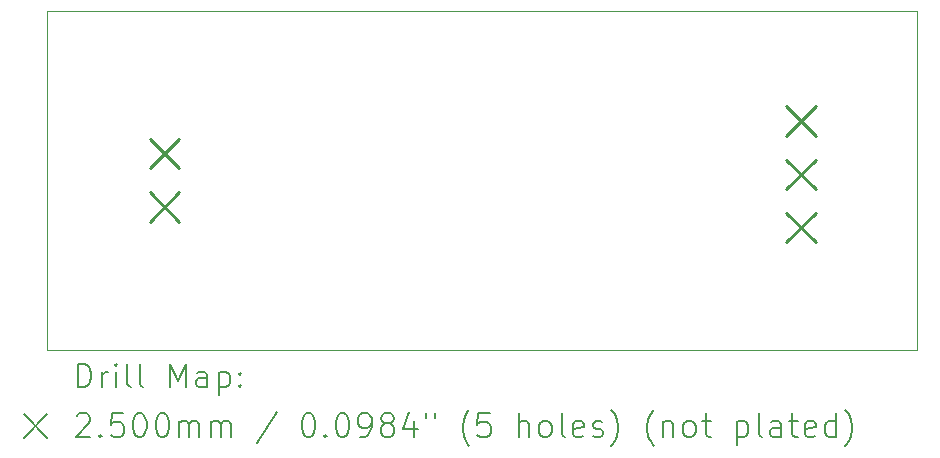
<source format=gbr>
%TF.GenerationSoftware,KiCad,Pcbnew,8.0.7*%
%TF.CreationDate,2025-02-03T10:27:33+01:00*%
%TF.ProjectId,pwmTo_0-5V,70776d54-6f5f-4302-9d35-562e6b696361,rev?*%
%TF.SameCoordinates,Original*%
%TF.FileFunction,Drillmap*%
%TF.FilePolarity,Positive*%
%FSLAX45Y45*%
G04 Gerber Fmt 4.5, Leading zero omitted, Abs format (unit mm)*
G04 Created by KiCad (PCBNEW 8.0.7) date 2025-02-03 10:27:33*
%MOMM*%
%LPD*%
G01*
G04 APERTURE LIST*
%ADD10C,0.050000*%
%ADD11C,0.200000*%
%ADD12C,0.250000*%
G04 APERTURE END LIST*
D10*
X6428700Y-5398600D02*
X13794700Y-5398600D01*
X13794700Y-8268800D01*
X6428700Y-8268800D01*
X6428700Y-5398600D01*
D11*
D12*
X7295000Y-6480000D02*
X7545000Y-6730000D01*
X7545000Y-6480000D02*
X7295000Y-6730000D01*
X7295000Y-6930000D02*
X7545000Y-7180000D01*
X7545000Y-6930000D02*
X7295000Y-7180000D01*
X12682500Y-6205000D02*
X12932500Y-6455000D01*
X12932500Y-6205000D02*
X12682500Y-6455000D01*
X12682500Y-6655000D02*
X12932500Y-6905000D01*
X12932500Y-6655000D02*
X12682500Y-6905000D01*
X12682500Y-7105000D02*
X12932500Y-7355000D01*
X12932500Y-7105000D02*
X12682500Y-7355000D01*
D11*
X6686977Y-8582784D02*
X6686977Y-8382784D01*
X6686977Y-8382784D02*
X6734596Y-8382784D01*
X6734596Y-8382784D02*
X6763167Y-8392308D01*
X6763167Y-8392308D02*
X6782215Y-8411355D01*
X6782215Y-8411355D02*
X6791739Y-8430403D01*
X6791739Y-8430403D02*
X6801262Y-8468498D01*
X6801262Y-8468498D02*
X6801262Y-8497070D01*
X6801262Y-8497070D02*
X6791739Y-8535165D01*
X6791739Y-8535165D02*
X6782215Y-8554212D01*
X6782215Y-8554212D02*
X6763167Y-8573260D01*
X6763167Y-8573260D02*
X6734596Y-8582784D01*
X6734596Y-8582784D02*
X6686977Y-8582784D01*
X6886977Y-8582784D02*
X6886977Y-8449450D01*
X6886977Y-8487546D02*
X6896501Y-8468498D01*
X6896501Y-8468498D02*
X6906024Y-8458974D01*
X6906024Y-8458974D02*
X6925072Y-8449450D01*
X6925072Y-8449450D02*
X6944120Y-8449450D01*
X7010786Y-8582784D02*
X7010786Y-8449450D01*
X7010786Y-8382784D02*
X7001262Y-8392308D01*
X7001262Y-8392308D02*
X7010786Y-8401831D01*
X7010786Y-8401831D02*
X7020310Y-8392308D01*
X7020310Y-8392308D02*
X7010786Y-8382784D01*
X7010786Y-8382784D02*
X7010786Y-8401831D01*
X7134596Y-8582784D02*
X7115548Y-8573260D01*
X7115548Y-8573260D02*
X7106024Y-8554212D01*
X7106024Y-8554212D02*
X7106024Y-8382784D01*
X7239358Y-8582784D02*
X7220310Y-8573260D01*
X7220310Y-8573260D02*
X7210786Y-8554212D01*
X7210786Y-8554212D02*
X7210786Y-8382784D01*
X7467929Y-8582784D02*
X7467929Y-8382784D01*
X7467929Y-8382784D02*
X7534596Y-8525641D01*
X7534596Y-8525641D02*
X7601262Y-8382784D01*
X7601262Y-8382784D02*
X7601262Y-8582784D01*
X7782215Y-8582784D02*
X7782215Y-8478022D01*
X7782215Y-8478022D02*
X7772691Y-8458974D01*
X7772691Y-8458974D02*
X7753643Y-8449450D01*
X7753643Y-8449450D02*
X7715548Y-8449450D01*
X7715548Y-8449450D02*
X7696501Y-8458974D01*
X7782215Y-8573260D02*
X7763167Y-8582784D01*
X7763167Y-8582784D02*
X7715548Y-8582784D01*
X7715548Y-8582784D02*
X7696501Y-8573260D01*
X7696501Y-8573260D02*
X7686977Y-8554212D01*
X7686977Y-8554212D02*
X7686977Y-8535165D01*
X7686977Y-8535165D02*
X7696501Y-8516117D01*
X7696501Y-8516117D02*
X7715548Y-8506593D01*
X7715548Y-8506593D02*
X7763167Y-8506593D01*
X7763167Y-8506593D02*
X7782215Y-8497070D01*
X7877453Y-8449450D02*
X7877453Y-8649450D01*
X7877453Y-8458974D02*
X7896501Y-8449450D01*
X7896501Y-8449450D02*
X7934596Y-8449450D01*
X7934596Y-8449450D02*
X7953643Y-8458974D01*
X7953643Y-8458974D02*
X7963167Y-8468498D01*
X7963167Y-8468498D02*
X7972691Y-8487546D01*
X7972691Y-8487546D02*
X7972691Y-8544689D01*
X7972691Y-8544689D02*
X7963167Y-8563736D01*
X7963167Y-8563736D02*
X7953643Y-8573260D01*
X7953643Y-8573260D02*
X7934596Y-8582784D01*
X7934596Y-8582784D02*
X7896501Y-8582784D01*
X7896501Y-8582784D02*
X7877453Y-8573260D01*
X8058405Y-8563736D02*
X8067929Y-8573260D01*
X8067929Y-8573260D02*
X8058405Y-8582784D01*
X8058405Y-8582784D02*
X8048882Y-8573260D01*
X8048882Y-8573260D02*
X8058405Y-8563736D01*
X8058405Y-8563736D02*
X8058405Y-8582784D01*
X8058405Y-8458974D02*
X8067929Y-8468498D01*
X8067929Y-8468498D02*
X8058405Y-8478022D01*
X8058405Y-8478022D02*
X8048882Y-8468498D01*
X8048882Y-8468498D02*
X8058405Y-8458974D01*
X8058405Y-8458974D02*
X8058405Y-8478022D01*
X6226200Y-8811300D02*
X6426200Y-9011300D01*
X6426200Y-8811300D02*
X6226200Y-9011300D01*
X6677453Y-8821831D02*
X6686977Y-8812308D01*
X6686977Y-8812308D02*
X6706024Y-8802784D01*
X6706024Y-8802784D02*
X6753643Y-8802784D01*
X6753643Y-8802784D02*
X6772691Y-8812308D01*
X6772691Y-8812308D02*
X6782215Y-8821831D01*
X6782215Y-8821831D02*
X6791739Y-8840879D01*
X6791739Y-8840879D02*
X6791739Y-8859927D01*
X6791739Y-8859927D02*
X6782215Y-8888498D01*
X6782215Y-8888498D02*
X6667929Y-9002784D01*
X6667929Y-9002784D02*
X6791739Y-9002784D01*
X6877453Y-8983736D02*
X6886977Y-8993260D01*
X6886977Y-8993260D02*
X6877453Y-9002784D01*
X6877453Y-9002784D02*
X6867929Y-8993260D01*
X6867929Y-8993260D02*
X6877453Y-8983736D01*
X6877453Y-8983736D02*
X6877453Y-9002784D01*
X7067929Y-8802784D02*
X6972691Y-8802784D01*
X6972691Y-8802784D02*
X6963167Y-8898022D01*
X6963167Y-8898022D02*
X6972691Y-8888498D01*
X6972691Y-8888498D02*
X6991739Y-8878974D01*
X6991739Y-8878974D02*
X7039358Y-8878974D01*
X7039358Y-8878974D02*
X7058405Y-8888498D01*
X7058405Y-8888498D02*
X7067929Y-8898022D01*
X7067929Y-8898022D02*
X7077453Y-8917070D01*
X7077453Y-8917070D02*
X7077453Y-8964689D01*
X7077453Y-8964689D02*
X7067929Y-8983736D01*
X7067929Y-8983736D02*
X7058405Y-8993260D01*
X7058405Y-8993260D02*
X7039358Y-9002784D01*
X7039358Y-9002784D02*
X6991739Y-9002784D01*
X6991739Y-9002784D02*
X6972691Y-8993260D01*
X6972691Y-8993260D02*
X6963167Y-8983736D01*
X7201262Y-8802784D02*
X7220310Y-8802784D01*
X7220310Y-8802784D02*
X7239358Y-8812308D01*
X7239358Y-8812308D02*
X7248882Y-8821831D01*
X7248882Y-8821831D02*
X7258405Y-8840879D01*
X7258405Y-8840879D02*
X7267929Y-8878974D01*
X7267929Y-8878974D02*
X7267929Y-8926593D01*
X7267929Y-8926593D02*
X7258405Y-8964689D01*
X7258405Y-8964689D02*
X7248882Y-8983736D01*
X7248882Y-8983736D02*
X7239358Y-8993260D01*
X7239358Y-8993260D02*
X7220310Y-9002784D01*
X7220310Y-9002784D02*
X7201262Y-9002784D01*
X7201262Y-9002784D02*
X7182215Y-8993260D01*
X7182215Y-8993260D02*
X7172691Y-8983736D01*
X7172691Y-8983736D02*
X7163167Y-8964689D01*
X7163167Y-8964689D02*
X7153643Y-8926593D01*
X7153643Y-8926593D02*
X7153643Y-8878974D01*
X7153643Y-8878974D02*
X7163167Y-8840879D01*
X7163167Y-8840879D02*
X7172691Y-8821831D01*
X7172691Y-8821831D02*
X7182215Y-8812308D01*
X7182215Y-8812308D02*
X7201262Y-8802784D01*
X7391739Y-8802784D02*
X7410786Y-8802784D01*
X7410786Y-8802784D02*
X7429834Y-8812308D01*
X7429834Y-8812308D02*
X7439358Y-8821831D01*
X7439358Y-8821831D02*
X7448882Y-8840879D01*
X7448882Y-8840879D02*
X7458405Y-8878974D01*
X7458405Y-8878974D02*
X7458405Y-8926593D01*
X7458405Y-8926593D02*
X7448882Y-8964689D01*
X7448882Y-8964689D02*
X7439358Y-8983736D01*
X7439358Y-8983736D02*
X7429834Y-8993260D01*
X7429834Y-8993260D02*
X7410786Y-9002784D01*
X7410786Y-9002784D02*
X7391739Y-9002784D01*
X7391739Y-9002784D02*
X7372691Y-8993260D01*
X7372691Y-8993260D02*
X7363167Y-8983736D01*
X7363167Y-8983736D02*
X7353643Y-8964689D01*
X7353643Y-8964689D02*
X7344120Y-8926593D01*
X7344120Y-8926593D02*
X7344120Y-8878974D01*
X7344120Y-8878974D02*
X7353643Y-8840879D01*
X7353643Y-8840879D02*
X7363167Y-8821831D01*
X7363167Y-8821831D02*
X7372691Y-8812308D01*
X7372691Y-8812308D02*
X7391739Y-8802784D01*
X7544120Y-9002784D02*
X7544120Y-8869450D01*
X7544120Y-8888498D02*
X7553643Y-8878974D01*
X7553643Y-8878974D02*
X7572691Y-8869450D01*
X7572691Y-8869450D02*
X7601263Y-8869450D01*
X7601263Y-8869450D02*
X7620310Y-8878974D01*
X7620310Y-8878974D02*
X7629834Y-8898022D01*
X7629834Y-8898022D02*
X7629834Y-9002784D01*
X7629834Y-8898022D02*
X7639358Y-8878974D01*
X7639358Y-8878974D02*
X7658405Y-8869450D01*
X7658405Y-8869450D02*
X7686977Y-8869450D01*
X7686977Y-8869450D02*
X7706024Y-8878974D01*
X7706024Y-8878974D02*
X7715548Y-8898022D01*
X7715548Y-8898022D02*
X7715548Y-9002784D01*
X7810786Y-9002784D02*
X7810786Y-8869450D01*
X7810786Y-8888498D02*
X7820310Y-8878974D01*
X7820310Y-8878974D02*
X7839358Y-8869450D01*
X7839358Y-8869450D02*
X7867929Y-8869450D01*
X7867929Y-8869450D02*
X7886977Y-8878974D01*
X7886977Y-8878974D02*
X7896501Y-8898022D01*
X7896501Y-8898022D02*
X7896501Y-9002784D01*
X7896501Y-8898022D02*
X7906024Y-8878974D01*
X7906024Y-8878974D02*
X7925072Y-8869450D01*
X7925072Y-8869450D02*
X7953643Y-8869450D01*
X7953643Y-8869450D02*
X7972691Y-8878974D01*
X7972691Y-8878974D02*
X7982215Y-8898022D01*
X7982215Y-8898022D02*
X7982215Y-9002784D01*
X8372691Y-8793260D02*
X8201263Y-9050403D01*
X8629834Y-8802784D02*
X8648882Y-8802784D01*
X8648882Y-8802784D02*
X8667929Y-8812308D01*
X8667929Y-8812308D02*
X8677453Y-8821831D01*
X8677453Y-8821831D02*
X8686977Y-8840879D01*
X8686977Y-8840879D02*
X8696501Y-8878974D01*
X8696501Y-8878974D02*
X8696501Y-8926593D01*
X8696501Y-8926593D02*
X8686977Y-8964689D01*
X8686977Y-8964689D02*
X8677453Y-8983736D01*
X8677453Y-8983736D02*
X8667929Y-8993260D01*
X8667929Y-8993260D02*
X8648882Y-9002784D01*
X8648882Y-9002784D02*
X8629834Y-9002784D01*
X8629834Y-9002784D02*
X8610787Y-8993260D01*
X8610787Y-8993260D02*
X8601263Y-8983736D01*
X8601263Y-8983736D02*
X8591739Y-8964689D01*
X8591739Y-8964689D02*
X8582215Y-8926593D01*
X8582215Y-8926593D02*
X8582215Y-8878974D01*
X8582215Y-8878974D02*
X8591739Y-8840879D01*
X8591739Y-8840879D02*
X8601263Y-8821831D01*
X8601263Y-8821831D02*
X8610787Y-8812308D01*
X8610787Y-8812308D02*
X8629834Y-8802784D01*
X8782215Y-8983736D02*
X8791739Y-8993260D01*
X8791739Y-8993260D02*
X8782215Y-9002784D01*
X8782215Y-9002784D02*
X8772691Y-8993260D01*
X8772691Y-8993260D02*
X8782215Y-8983736D01*
X8782215Y-8983736D02*
X8782215Y-9002784D01*
X8915548Y-8802784D02*
X8934596Y-8802784D01*
X8934596Y-8802784D02*
X8953644Y-8812308D01*
X8953644Y-8812308D02*
X8963168Y-8821831D01*
X8963168Y-8821831D02*
X8972691Y-8840879D01*
X8972691Y-8840879D02*
X8982215Y-8878974D01*
X8982215Y-8878974D02*
X8982215Y-8926593D01*
X8982215Y-8926593D02*
X8972691Y-8964689D01*
X8972691Y-8964689D02*
X8963168Y-8983736D01*
X8963168Y-8983736D02*
X8953644Y-8993260D01*
X8953644Y-8993260D02*
X8934596Y-9002784D01*
X8934596Y-9002784D02*
X8915548Y-9002784D01*
X8915548Y-9002784D02*
X8896501Y-8993260D01*
X8896501Y-8993260D02*
X8886977Y-8983736D01*
X8886977Y-8983736D02*
X8877453Y-8964689D01*
X8877453Y-8964689D02*
X8867929Y-8926593D01*
X8867929Y-8926593D02*
X8867929Y-8878974D01*
X8867929Y-8878974D02*
X8877453Y-8840879D01*
X8877453Y-8840879D02*
X8886977Y-8821831D01*
X8886977Y-8821831D02*
X8896501Y-8812308D01*
X8896501Y-8812308D02*
X8915548Y-8802784D01*
X9077453Y-9002784D02*
X9115548Y-9002784D01*
X9115548Y-9002784D02*
X9134596Y-8993260D01*
X9134596Y-8993260D02*
X9144120Y-8983736D01*
X9144120Y-8983736D02*
X9163168Y-8955165D01*
X9163168Y-8955165D02*
X9172691Y-8917070D01*
X9172691Y-8917070D02*
X9172691Y-8840879D01*
X9172691Y-8840879D02*
X9163168Y-8821831D01*
X9163168Y-8821831D02*
X9153644Y-8812308D01*
X9153644Y-8812308D02*
X9134596Y-8802784D01*
X9134596Y-8802784D02*
X9096501Y-8802784D01*
X9096501Y-8802784D02*
X9077453Y-8812308D01*
X9077453Y-8812308D02*
X9067929Y-8821831D01*
X9067929Y-8821831D02*
X9058406Y-8840879D01*
X9058406Y-8840879D02*
X9058406Y-8888498D01*
X9058406Y-8888498D02*
X9067929Y-8907546D01*
X9067929Y-8907546D02*
X9077453Y-8917070D01*
X9077453Y-8917070D02*
X9096501Y-8926593D01*
X9096501Y-8926593D02*
X9134596Y-8926593D01*
X9134596Y-8926593D02*
X9153644Y-8917070D01*
X9153644Y-8917070D02*
X9163168Y-8907546D01*
X9163168Y-8907546D02*
X9172691Y-8888498D01*
X9286977Y-8888498D02*
X9267929Y-8878974D01*
X9267929Y-8878974D02*
X9258406Y-8869450D01*
X9258406Y-8869450D02*
X9248882Y-8850403D01*
X9248882Y-8850403D02*
X9248882Y-8840879D01*
X9248882Y-8840879D02*
X9258406Y-8821831D01*
X9258406Y-8821831D02*
X9267929Y-8812308D01*
X9267929Y-8812308D02*
X9286977Y-8802784D01*
X9286977Y-8802784D02*
X9325072Y-8802784D01*
X9325072Y-8802784D02*
X9344120Y-8812308D01*
X9344120Y-8812308D02*
X9353644Y-8821831D01*
X9353644Y-8821831D02*
X9363168Y-8840879D01*
X9363168Y-8840879D02*
X9363168Y-8850403D01*
X9363168Y-8850403D02*
X9353644Y-8869450D01*
X9353644Y-8869450D02*
X9344120Y-8878974D01*
X9344120Y-8878974D02*
X9325072Y-8888498D01*
X9325072Y-8888498D02*
X9286977Y-8888498D01*
X9286977Y-8888498D02*
X9267929Y-8898022D01*
X9267929Y-8898022D02*
X9258406Y-8907546D01*
X9258406Y-8907546D02*
X9248882Y-8926593D01*
X9248882Y-8926593D02*
X9248882Y-8964689D01*
X9248882Y-8964689D02*
X9258406Y-8983736D01*
X9258406Y-8983736D02*
X9267929Y-8993260D01*
X9267929Y-8993260D02*
X9286977Y-9002784D01*
X9286977Y-9002784D02*
X9325072Y-9002784D01*
X9325072Y-9002784D02*
X9344120Y-8993260D01*
X9344120Y-8993260D02*
X9353644Y-8983736D01*
X9353644Y-8983736D02*
X9363168Y-8964689D01*
X9363168Y-8964689D02*
X9363168Y-8926593D01*
X9363168Y-8926593D02*
X9353644Y-8907546D01*
X9353644Y-8907546D02*
X9344120Y-8898022D01*
X9344120Y-8898022D02*
X9325072Y-8888498D01*
X9534596Y-8869450D02*
X9534596Y-9002784D01*
X9486977Y-8793260D02*
X9439358Y-8936117D01*
X9439358Y-8936117D02*
X9563168Y-8936117D01*
X9629834Y-8802784D02*
X9629834Y-8840879D01*
X9706025Y-8802784D02*
X9706025Y-8840879D01*
X10001263Y-9078974D02*
X9991739Y-9069450D01*
X9991739Y-9069450D02*
X9972691Y-9040879D01*
X9972691Y-9040879D02*
X9963168Y-9021831D01*
X9963168Y-9021831D02*
X9953644Y-8993260D01*
X9953644Y-8993260D02*
X9944120Y-8945641D01*
X9944120Y-8945641D02*
X9944120Y-8907546D01*
X9944120Y-8907546D02*
X9953644Y-8859927D01*
X9953644Y-8859927D02*
X9963168Y-8831355D01*
X9963168Y-8831355D02*
X9972691Y-8812308D01*
X9972691Y-8812308D02*
X9991739Y-8783736D01*
X9991739Y-8783736D02*
X10001263Y-8774212D01*
X10172691Y-8802784D02*
X10077453Y-8802784D01*
X10077453Y-8802784D02*
X10067930Y-8898022D01*
X10067930Y-8898022D02*
X10077453Y-8888498D01*
X10077453Y-8888498D02*
X10096501Y-8878974D01*
X10096501Y-8878974D02*
X10144120Y-8878974D01*
X10144120Y-8878974D02*
X10163168Y-8888498D01*
X10163168Y-8888498D02*
X10172691Y-8898022D01*
X10172691Y-8898022D02*
X10182215Y-8917070D01*
X10182215Y-8917070D02*
X10182215Y-8964689D01*
X10182215Y-8964689D02*
X10172691Y-8983736D01*
X10172691Y-8983736D02*
X10163168Y-8993260D01*
X10163168Y-8993260D02*
X10144120Y-9002784D01*
X10144120Y-9002784D02*
X10096501Y-9002784D01*
X10096501Y-9002784D02*
X10077453Y-8993260D01*
X10077453Y-8993260D02*
X10067930Y-8983736D01*
X10420311Y-9002784D02*
X10420311Y-8802784D01*
X10506025Y-9002784D02*
X10506025Y-8898022D01*
X10506025Y-8898022D02*
X10496501Y-8878974D01*
X10496501Y-8878974D02*
X10477453Y-8869450D01*
X10477453Y-8869450D02*
X10448882Y-8869450D01*
X10448882Y-8869450D02*
X10429834Y-8878974D01*
X10429834Y-8878974D02*
X10420311Y-8888498D01*
X10629834Y-9002784D02*
X10610787Y-8993260D01*
X10610787Y-8993260D02*
X10601263Y-8983736D01*
X10601263Y-8983736D02*
X10591739Y-8964689D01*
X10591739Y-8964689D02*
X10591739Y-8907546D01*
X10591739Y-8907546D02*
X10601263Y-8888498D01*
X10601263Y-8888498D02*
X10610787Y-8878974D01*
X10610787Y-8878974D02*
X10629834Y-8869450D01*
X10629834Y-8869450D02*
X10658406Y-8869450D01*
X10658406Y-8869450D02*
X10677453Y-8878974D01*
X10677453Y-8878974D02*
X10686977Y-8888498D01*
X10686977Y-8888498D02*
X10696501Y-8907546D01*
X10696501Y-8907546D02*
X10696501Y-8964689D01*
X10696501Y-8964689D02*
X10686977Y-8983736D01*
X10686977Y-8983736D02*
X10677453Y-8993260D01*
X10677453Y-8993260D02*
X10658406Y-9002784D01*
X10658406Y-9002784D02*
X10629834Y-9002784D01*
X10810787Y-9002784D02*
X10791739Y-8993260D01*
X10791739Y-8993260D02*
X10782215Y-8974212D01*
X10782215Y-8974212D02*
X10782215Y-8802784D01*
X10963168Y-8993260D02*
X10944120Y-9002784D01*
X10944120Y-9002784D02*
X10906025Y-9002784D01*
X10906025Y-9002784D02*
X10886977Y-8993260D01*
X10886977Y-8993260D02*
X10877453Y-8974212D01*
X10877453Y-8974212D02*
X10877453Y-8898022D01*
X10877453Y-8898022D02*
X10886977Y-8878974D01*
X10886977Y-8878974D02*
X10906025Y-8869450D01*
X10906025Y-8869450D02*
X10944120Y-8869450D01*
X10944120Y-8869450D02*
X10963168Y-8878974D01*
X10963168Y-8878974D02*
X10972692Y-8898022D01*
X10972692Y-8898022D02*
X10972692Y-8917070D01*
X10972692Y-8917070D02*
X10877453Y-8936117D01*
X11048882Y-8993260D02*
X11067930Y-9002784D01*
X11067930Y-9002784D02*
X11106025Y-9002784D01*
X11106025Y-9002784D02*
X11125073Y-8993260D01*
X11125073Y-8993260D02*
X11134596Y-8974212D01*
X11134596Y-8974212D02*
X11134596Y-8964689D01*
X11134596Y-8964689D02*
X11125073Y-8945641D01*
X11125073Y-8945641D02*
X11106025Y-8936117D01*
X11106025Y-8936117D02*
X11077453Y-8936117D01*
X11077453Y-8936117D02*
X11058406Y-8926593D01*
X11058406Y-8926593D02*
X11048882Y-8907546D01*
X11048882Y-8907546D02*
X11048882Y-8898022D01*
X11048882Y-8898022D02*
X11058406Y-8878974D01*
X11058406Y-8878974D02*
X11077453Y-8869450D01*
X11077453Y-8869450D02*
X11106025Y-8869450D01*
X11106025Y-8869450D02*
X11125073Y-8878974D01*
X11201263Y-9078974D02*
X11210787Y-9069450D01*
X11210787Y-9069450D02*
X11229834Y-9040879D01*
X11229834Y-9040879D02*
X11239358Y-9021831D01*
X11239358Y-9021831D02*
X11248882Y-8993260D01*
X11248882Y-8993260D02*
X11258406Y-8945641D01*
X11258406Y-8945641D02*
X11258406Y-8907546D01*
X11258406Y-8907546D02*
X11248882Y-8859927D01*
X11248882Y-8859927D02*
X11239358Y-8831355D01*
X11239358Y-8831355D02*
X11229834Y-8812308D01*
X11229834Y-8812308D02*
X11210787Y-8783736D01*
X11210787Y-8783736D02*
X11201263Y-8774212D01*
X11563168Y-9078974D02*
X11553644Y-9069450D01*
X11553644Y-9069450D02*
X11534596Y-9040879D01*
X11534596Y-9040879D02*
X11525072Y-9021831D01*
X11525072Y-9021831D02*
X11515549Y-8993260D01*
X11515549Y-8993260D02*
X11506025Y-8945641D01*
X11506025Y-8945641D02*
X11506025Y-8907546D01*
X11506025Y-8907546D02*
X11515549Y-8859927D01*
X11515549Y-8859927D02*
X11525072Y-8831355D01*
X11525072Y-8831355D02*
X11534596Y-8812308D01*
X11534596Y-8812308D02*
X11553644Y-8783736D01*
X11553644Y-8783736D02*
X11563168Y-8774212D01*
X11639358Y-8869450D02*
X11639358Y-9002784D01*
X11639358Y-8888498D02*
X11648882Y-8878974D01*
X11648882Y-8878974D02*
X11667930Y-8869450D01*
X11667930Y-8869450D02*
X11696501Y-8869450D01*
X11696501Y-8869450D02*
X11715549Y-8878974D01*
X11715549Y-8878974D02*
X11725072Y-8898022D01*
X11725072Y-8898022D02*
X11725072Y-9002784D01*
X11848882Y-9002784D02*
X11829834Y-8993260D01*
X11829834Y-8993260D02*
X11820311Y-8983736D01*
X11820311Y-8983736D02*
X11810787Y-8964689D01*
X11810787Y-8964689D02*
X11810787Y-8907546D01*
X11810787Y-8907546D02*
X11820311Y-8888498D01*
X11820311Y-8888498D02*
X11829834Y-8878974D01*
X11829834Y-8878974D02*
X11848882Y-8869450D01*
X11848882Y-8869450D02*
X11877453Y-8869450D01*
X11877453Y-8869450D02*
X11896501Y-8878974D01*
X11896501Y-8878974D02*
X11906025Y-8888498D01*
X11906025Y-8888498D02*
X11915549Y-8907546D01*
X11915549Y-8907546D02*
X11915549Y-8964689D01*
X11915549Y-8964689D02*
X11906025Y-8983736D01*
X11906025Y-8983736D02*
X11896501Y-8993260D01*
X11896501Y-8993260D02*
X11877453Y-9002784D01*
X11877453Y-9002784D02*
X11848882Y-9002784D01*
X11972692Y-8869450D02*
X12048882Y-8869450D01*
X12001263Y-8802784D02*
X12001263Y-8974212D01*
X12001263Y-8974212D02*
X12010787Y-8993260D01*
X12010787Y-8993260D02*
X12029834Y-9002784D01*
X12029834Y-9002784D02*
X12048882Y-9002784D01*
X12267930Y-8869450D02*
X12267930Y-9069450D01*
X12267930Y-8878974D02*
X12286977Y-8869450D01*
X12286977Y-8869450D02*
X12325073Y-8869450D01*
X12325073Y-8869450D02*
X12344120Y-8878974D01*
X12344120Y-8878974D02*
X12353644Y-8888498D01*
X12353644Y-8888498D02*
X12363168Y-8907546D01*
X12363168Y-8907546D02*
X12363168Y-8964689D01*
X12363168Y-8964689D02*
X12353644Y-8983736D01*
X12353644Y-8983736D02*
X12344120Y-8993260D01*
X12344120Y-8993260D02*
X12325073Y-9002784D01*
X12325073Y-9002784D02*
X12286977Y-9002784D01*
X12286977Y-9002784D02*
X12267930Y-8993260D01*
X12477453Y-9002784D02*
X12458406Y-8993260D01*
X12458406Y-8993260D02*
X12448882Y-8974212D01*
X12448882Y-8974212D02*
X12448882Y-8802784D01*
X12639358Y-9002784D02*
X12639358Y-8898022D01*
X12639358Y-8898022D02*
X12629834Y-8878974D01*
X12629834Y-8878974D02*
X12610787Y-8869450D01*
X12610787Y-8869450D02*
X12572692Y-8869450D01*
X12572692Y-8869450D02*
X12553644Y-8878974D01*
X12639358Y-8993260D02*
X12620311Y-9002784D01*
X12620311Y-9002784D02*
X12572692Y-9002784D01*
X12572692Y-9002784D02*
X12553644Y-8993260D01*
X12553644Y-8993260D02*
X12544120Y-8974212D01*
X12544120Y-8974212D02*
X12544120Y-8955165D01*
X12544120Y-8955165D02*
X12553644Y-8936117D01*
X12553644Y-8936117D02*
X12572692Y-8926593D01*
X12572692Y-8926593D02*
X12620311Y-8926593D01*
X12620311Y-8926593D02*
X12639358Y-8917070D01*
X12706025Y-8869450D02*
X12782215Y-8869450D01*
X12734596Y-8802784D02*
X12734596Y-8974212D01*
X12734596Y-8974212D02*
X12744120Y-8993260D01*
X12744120Y-8993260D02*
X12763168Y-9002784D01*
X12763168Y-9002784D02*
X12782215Y-9002784D01*
X12925073Y-8993260D02*
X12906025Y-9002784D01*
X12906025Y-9002784D02*
X12867930Y-9002784D01*
X12867930Y-9002784D02*
X12848882Y-8993260D01*
X12848882Y-8993260D02*
X12839358Y-8974212D01*
X12839358Y-8974212D02*
X12839358Y-8898022D01*
X12839358Y-8898022D02*
X12848882Y-8878974D01*
X12848882Y-8878974D02*
X12867930Y-8869450D01*
X12867930Y-8869450D02*
X12906025Y-8869450D01*
X12906025Y-8869450D02*
X12925073Y-8878974D01*
X12925073Y-8878974D02*
X12934596Y-8898022D01*
X12934596Y-8898022D02*
X12934596Y-8917070D01*
X12934596Y-8917070D02*
X12839358Y-8936117D01*
X13106025Y-9002784D02*
X13106025Y-8802784D01*
X13106025Y-8993260D02*
X13086977Y-9002784D01*
X13086977Y-9002784D02*
X13048882Y-9002784D01*
X13048882Y-9002784D02*
X13029834Y-8993260D01*
X13029834Y-8993260D02*
X13020311Y-8983736D01*
X13020311Y-8983736D02*
X13010787Y-8964689D01*
X13010787Y-8964689D02*
X13010787Y-8907546D01*
X13010787Y-8907546D02*
X13020311Y-8888498D01*
X13020311Y-8888498D02*
X13029834Y-8878974D01*
X13029834Y-8878974D02*
X13048882Y-8869450D01*
X13048882Y-8869450D02*
X13086977Y-8869450D01*
X13086977Y-8869450D02*
X13106025Y-8878974D01*
X13182215Y-9078974D02*
X13191739Y-9069450D01*
X13191739Y-9069450D02*
X13210787Y-9040879D01*
X13210787Y-9040879D02*
X13220311Y-9021831D01*
X13220311Y-9021831D02*
X13229834Y-8993260D01*
X13229834Y-8993260D02*
X13239358Y-8945641D01*
X13239358Y-8945641D02*
X13239358Y-8907546D01*
X13239358Y-8907546D02*
X13229834Y-8859927D01*
X13229834Y-8859927D02*
X13220311Y-8831355D01*
X13220311Y-8831355D02*
X13210787Y-8812308D01*
X13210787Y-8812308D02*
X13191739Y-8783736D01*
X13191739Y-8783736D02*
X13182215Y-8774212D01*
M02*

</source>
